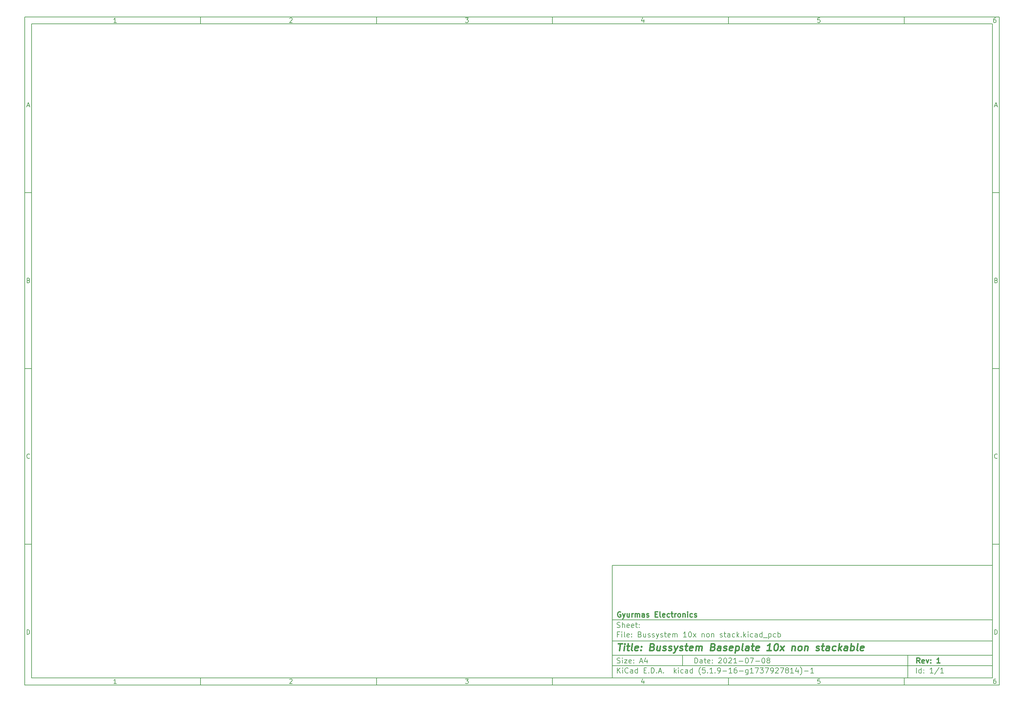
<source format=gbr>
%TF.GenerationSoftware,KiCad,Pcbnew,(5.1.9-16-g1737927814)-1*%
%TF.CreationDate,2021-07-08T12:57:19+02:00*%
%TF.ProjectId,Bussystem 10x non stack,42757373-7973-4746-956d-20313078206e,1*%
%TF.SameCoordinates,Original*%
%TF.FileFunction,Paste,Top*%
%TF.FilePolarity,Positive*%
%FSLAX46Y46*%
G04 Gerber Fmt 4.6, Leading zero omitted, Abs format (unit mm)*
G04 Created by KiCad (PCBNEW (5.1.9-16-g1737927814)-1) date 2021-07-08 12:57:19*
%MOMM*%
%LPD*%
G01*
G04 APERTURE LIST*
%ADD10C,0.100000*%
%ADD11C,0.150000*%
%ADD12C,0.300000*%
%ADD13C,0.400000*%
G04 APERTURE END LIST*
D10*
D11*
X177002200Y-166007200D02*
X177002200Y-198007200D01*
X285002200Y-198007200D01*
X285002200Y-166007200D01*
X177002200Y-166007200D01*
D10*
D11*
X10000000Y-10000000D02*
X10000000Y-200007200D01*
X287002200Y-200007200D01*
X287002200Y-10000000D01*
X10000000Y-10000000D01*
D10*
D11*
X12000000Y-12000000D02*
X12000000Y-198007200D01*
X285002200Y-198007200D01*
X285002200Y-12000000D01*
X12000000Y-12000000D01*
D10*
D11*
X60000000Y-12000000D02*
X60000000Y-10000000D01*
D10*
D11*
X110000000Y-12000000D02*
X110000000Y-10000000D01*
D10*
D11*
X160000000Y-12000000D02*
X160000000Y-10000000D01*
D10*
D11*
X210000000Y-12000000D02*
X210000000Y-10000000D01*
D10*
D11*
X260000000Y-12000000D02*
X260000000Y-10000000D01*
D10*
D11*
X36065476Y-11588095D02*
X35322619Y-11588095D01*
X35694047Y-11588095D02*
X35694047Y-10288095D01*
X35570238Y-10473809D01*
X35446428Y-10597619D01*
X35322619Y-10659523D01*
D10*
D11*
X85322619Y-10411904D02*
X85384523Y-10350000D01*
X85508333Y-10288095D01*
X85817857Y-10288095D01*
X85941666Y-10350000D01*
X86003571Y-10411904D01*
X86065476Y-10535714D01*
X86065476Y-10659523D01*
X86003571Y-10845238D01*
X85260714Y-11588095D01*
X86065476Y-11588095D01*
D10*
D11*
X135260714Y-10288095D02*
X136065476Y-10288095D01*
X135632142Y-10783333D01*
X135817857Y-10783333D01*
X135941666Y-10845238D01*
X136003571Y-10907142D01*
X136065476Y-11030952D01*
X136065476Y-11340476D01*
X136003571Y-11464285D01*
X135941666Y-11526190D01*
X135817857Y-11588095D01*
X135446428Y-11588095D01*
X135322619Y-11526190D01*
X135260714Y-11464285D01*
D10*
D11*
X185941666Y-10721428D02*
X185941666Y-11588095D01*
X185632142Y-10226190D02*
X185322619Y-11154761D01*
X186127380Y-11154761D01*
D10*
D11*
X236003571Y-10288095D02*
X235384523Y-10288095D01*
X235322619Y-10907142D01*
X235384523Y-10845238D01*
X235508333Y-10783333D01*
X235817857Y-10783333D01*
X235941666Y-10845238D01*
X236003571Y-10907142D01*
X236065476Y-11030952D01*
X236065476Y-11340476D01*
X236003571Y-11464285D01*
X235941666Y-11526190D01*
X235817857Y-11588095D01*
X235508333Y-11588095D01*
X235384523Y-11526190D01*
X235322619Y-11464285D01*
D10*
D11*
X285941666Y-10288095D02*
X285694047Y-10288095D01*
X285570238Y-10350000D01*
X285508333Y-10411904D01*
X285384523Y-10597619D01*
X285322619Y-10845238D01*
X285322619Y-11340476D01*
X285384523Y-11464285D01*
X285446428Y-11526190D01*
X285570238Y-11588095D01*
X285817857Y-11588095D01*
X285941666Y-11526190D01*
X286003571Y-11464285D01*
X286065476Y-11340476D01*
X286065476Y-11030952D01*
X286003571Y-10907142D01*
X285941666Y-10845238D01*
X285817857Y-10783333D01*
X285570238Y-10783333D01*
X285446428Y-10845238D01*
X285384523Y-10907142D01*
X285322619Y-11030952D01*
D10*
D11*
X60000000Y-198007200D02*
X60000000Y-200007200D01*
D10*
D11*
X110000000Y-198007200D02*
X110000000Y-200007200D01*
D10*
D11*
X160000000Y-198007200D02*
X160000000Y-200007200D01*
D10*
D11*
X210000000Y-198007200D02*
X210000000Y-200007200D01*
D10*
D11*
X260000000Y-198007200D02*
X260000000Y-200007200D01*
D10*
D11*
X36065476Y-199595295D02*
X35322619Y-199595295D01*
X35694047Y-199595295D02*
X35694047Y-198295295D01*
X35570238Y-198481009D01*
X35446428Y-198604819D01*
X35322619Y-198666723D01*
D10*
D11*
X85322619Y-198419104D02*
X85384523Y-198357200D01*
X85508333Y-198295295D01*
X85817857Y-198295295D01*
X85941666Y-198357200D01*
X86003571Y-198419104D01*
X86065476Y-198542914D01*
X86065476Y-198666723D01*
X86003571Y-198852438D01*
X85260714Y-199595295D01*
X86065476Y-199595295D01*
D10*
D11*
X135260714Y-198295295D02*
X136065476Y-198295295D01*
X135632142Y-198790533D01*
X135817857Y-198790533D01*
X135941666Y-198852438D01*
X136003571Y-198914342D01*
X136065476Y-199038152D01*
X136065476Y-199347676D01*
X136003571Y-199471485D01*
X135941666Y-199533390D01*
X135817857Y-199595295D01*
X135446428Y-199595295D01*
X135322619Y-199533390D01*
X135260714Y-199471485D01*
D10*
D11*
X185941666Y-198728628D02*
X185941666Y-199595295D01*
X185632142Y-198233390D02*
X185322619Y-199161961D01*
X186127380Y-199161961D01*
D10*
D11*
X236003571Y-198295295D02*
X235384523Y-198295295D01*
X235322619Y-198914342D01*
X235384523Y-198852438D01*
X235508333Y-198790533D01*
X235817857Y-198790533D01*
X235941666Y-198852438D01*
X236003571Y-198914342D01*
X236065476Y-199038152D01*
X236065476Y-199347676D01*
X236003571Y-199471485D01*
X235941666Y-199533390D01*
X235817857Y-199595295D01*
X235508333Y-199595295D01*
X235384523Y-199533390D01*
X235322619Y-199471485D01*
D10*
D11*
X285941666Y-198295295D02*
X285694047Y-198295295D01*
X285570238Y-198357200D01*
X285508333Y-198419104D01*
X285384523Y-198604819D01*
X285322619Y-198852438D01*
X285322619Y-199347676D01*
X285384523Y-199471485D01*
X285446428Y-199533390D01*
X285570238Y-199595295D01*
X285817857Y-199595295D01*
X285941666Y-199533390D01*
X286003571Y-199471485D01*
X286065476Y-199347676D01*
X286065476Y-199038152D01*
X286003571Y-198914342D01*
X285941666Y-198852438D01*
X285817857Y-198790533D01*
X285570238Y-198790533D01*
X285446428Y-198852438D01*
X285384523Y-198914342D01*
X285322619Y-199038152D01*
D10*
D11*
X10000000Y-60000000D02*
X12000000Y-60000000D01*
D10*
D11*
X10000000Y-110000000D02*
X12000000Y-110000000D01*
D10*
D11*
X10000000Y-160000000D02*
X12000000Y-160000000D01*
D10*
D11*
X10690476Y-35216666D02*
X11309523Y-35216666D01*
X10566666Y-35588095D02*
X11000000Y-34288095D01*
X11433333Y-35588095D01*
D10*
D11*
X11092857Y-84907142D02*
X11278571Y-84969047D01*
X11340476Y-85030952D01*
X11402380Y-85154761D01*
X11402380Y-85340476D01*
X11340476Y-85464285D01*
X11278571Y-85526190D01*
X11154761Y-85588095D01*
X10659523Y-85588095D01*
X10659523Y-84288095D01*
X11092857Y-84288095D01*
X11216666Y-84350000D01*
X11278571Y-84411904D01*
X11340476Y-84535714D01*
X11340476Y-84659523D01*
X11278571Y-84783333D01*
X11216666Y-84845238D01*
X11092857Y-84907142D01*
X10659523Y-84907142D01*
D10*
D11*
X11402380Y-135464285D02*
X11340476Y-135526190D01*
X11154761Y-135588095D01*
X11030952Y-135588095D01*
X10845238Y-135526190D01*
X10721428Y-135402380D01*
X10659523Y-135278571D01*
X10597619Y-135030952D01*
X10597619Y-134845238D01*
X10659523Y-134597619D01*
X10721428Y-134473809D01*
X10845238Y-134350000D01*
X11030952Y-134288095D01*
X11154761Y-134288095D01*
X11340476Y-134350000D01*
X11402380Y-134411904D01*
D10*
D11*
X10659523Y-185588095D02*
X10659523Y-184288095D01*
X10969047Y-184288095D01*
X11154761Y-184350000D01*
X11278571Y-184473809D01*
X11340476Y-184597619D01*
X11402380Y-184845238D01*
X11402380Y-185030952D01*
X11340476Y-185278571D01*
X11278571Y-185402380D01*
X11154761Y-185526190D01*
X10969047Y-185588095D01*
X10659523Y-185588095D01*
D10*
D11*
X287002200Y-60000000D02*
X285002200Y-60000000D01*
D10*
D11*
X287002200Y-110000000D02*
X285002200Y-110000000D01*
D10*
D11*
X287002200Y-160000000D02*
X285002200Y-160000000D01*
D10*
D11*
X285692676Y-35216666D02*
X286311723Y-35216666D01*
X285568866Y-35588095D02*
X286002200Y-34288095D01*
X286435533Y-35588095D01*
D10*
D11*
X286095057Y-84907142D02*
X286280771Y-84969047D01*
X286342676Y-85030952D01*
X286404580Y-85154761D01*
X286404580Y-85340476D01*
X286342676Y-85464285D01*
X286280771Y-85526190D01*
X286156961Y-85588095D01*
X285661723Y-85588095D01*
X285661723Y-84288095D01*
X286095057Y-84288095D01*
X286218866Y-84350000D01*
X286280771Y-84411904D01*
X286342676Y-84535714D01*
X286342676Y-84659523D01*
X286280771Y-84783333D01*
X286218866Y-84845238D01*
X286095057Y-84907142D01*
X285661723Y-84907142D01*
D10*
D11*
X286404580Y-135464285D02*
X286342676Y-135526190D01*
X286156961Y-135588095D01*
X286033152Y-135588095D01*
X285847438Y-135526190D01*
X285723628Y-135402380D01*
X285661723Y-135278571D01*
X285599819Y-135030952D01*
X285599819Y-134845238D01*
X285661723Y-134597619D01*
X285723628Y-134473809D01*
X285847438Y-134350000D01*
X286033152Y-134288095D01*
X286156961Y-134288095D01*
X286342676Y-134350000D01*
X286404580Y-134411904D01*
D10*
D11*
X285661723Y-185588095D02*
X285661723Y-184288095D01*
X285971247Y-184288095D01*
X286156961Y-184350000D01*
X286280771Y-184473809D01*
X286342676Y-184597619D01*
X286404580Y-184845238D01*
X286404580Y-185030952D01*
X286342676Y-185278571D01*
X286280771Y-185402380D01*
X286156961Y-185526190D01*
X285971247Y-185588095D01*
X285661723Y-185588095D01*
D10*
D11*
X200434342Y-193785771D02*
X200434342Y-192285771D01*
X200791485Y-192285771D01*
X201005771Y-192357200D01*
X201148628Y-192500057D01*
X201220057Y-192642914D01*
X201291485Y-192928628D01*
X201291485Y-193142914D01*
X201220057Y-193428628D01*
X201148628Y-193571485D01*
X201005771Y-193714342D01*
X200791485Y-193785771D01*
X200434342Y-193785771D01*
X202577200Y-193785771D02*
X202577200Y-193000057D01*
X202505771Y-192857200D01*
X202362914Y-192785771D01*
X202077200Y-192785771D01*
X201934342Y-192857200D01*
X202577200Y-193714342D02*
X202434342Y-193785771D01*
X202077200Y-193785771D01*
X201934342Y-193714342D01*
X201862914Y-193571485D01*
X201862914Y-193428628D01*
X201934342Y-193285771D01*
X202077200Y-193214342D01*
X202434342Y-193214342D01*
X202577200Y-193142914D01*
X203077200Y-192785771D02*
X203648628Y-192785771D01*
X203291485Y-192285771D02*
X203291485Y-193571485D01*
X203362914Y-193714342D01*
X203505771Y-193785771D01*
X203648628Y-193785771D01*
X204720057Y-193714342D02*
X204577200Y-193785771D01*
X204291485Y-193785771D01*
X204148628Y-193714342D01*
X204077200Y-193571485D01*
X204077200Y-193000057D01*
X204148628Y-192857200D01*
X204291485Y-192785771D01*
X204577200Y-192785771D01*
X204720057Y-192857200D01*
X204791485Y-193000057D01*
X204791485Y-193142914D01*
X204077200Y-193285771D01*
X205434342Y-193642914D02*
X205505771Y-193714342D01*
X205434342Y-193785771D01*
X205362914Y-193714342D01*
X205434342Y-193642914D01*
X205434342Y-193785771D01*
X205434342Y-192857200D02*
X205505771Y-192928628D01*
X205434342Y-193000057D01*
X205362914Y-192928628D01*
X205434342Y-192857200D01*
X205434342Y-193000057D01*
X207220057Y-192428628D02*
X207291485Y-192357200D01*
X207434342Y-192285771D01*
X207791485Y-192285771D01*
X207934342Y-192357200D01*
X208005771Y-192428628D01*
X208077200Y-192571485D01*
X208077200Y-192714342D01*
X208005771Y-192928628D01*
X207148628Y-193785771D01*
X208077200Y-193785771D01*
X209005771Y-192285771D02*
X209148628Y-192285771D01*
X209291485Y-192357200D01*
X209362914Y-192428628D01*
X209434342Y-192571485D01*
X209505771Y-192857200D01*
X209505771Y-193214342D01*
X209434342Y-193500057D01*
X209362914Y-193642914D01*
X209291485Y-193714342D01*
X209148628Y-193785771D01*
X209005771Y-193785771D01*
X208862914Y-193714342D01*
X208791485Y-193642914D01*
X208720057Y-193500057D01*
X208648628Y-193214342D01*
X208648628Y-192857200D01*
X208720057Y-192571485D01*
X208791485Y-192428628D01*
X208862914Y-192357200D01*
X209005771Y-192285771D01*
X210077200Y-192428628D02*
X210148628Y-192357200D01*
X210291485Y-192285771D01*
X210648628Y-192285771D01*
X210791485Y-192357200D01*
X210862914Y-192428628D01*
X210934342Y-192571485D01*
X210934342Y-192714342D01*
X210862914Y-192928628D01*
X210005771Y-193785771D01*
X210934342Y-193785771D01*
X212362914Y-193785771D02*
X211505771Y-193785771D01*
X211934342Y-193785771D02*
X211934342Y-192285771D01*
X211791485Y-192500057D01*
X211648628Y-192642914D01*
X211505771Y-192714342D01*
X213005771Y-193214342D02*
X214148628Y-193214342D01*
X215148628Y-192285771D02*
X215291485Y-192285771D01*
X215434342Y-192357200D01*
X215505771Y-192428628D01*
X215577200Y-192571485D01*
X215648628Y-192857200D01*
X215648628Y-193214342D01*
X215577200Y-193500057D01*
X215505771Y-193642914D01*
X215434342Y-193714342D01*
X215291485Y-193785771D01*
X215148628Y-193785771D01*
X215005771Y-193714342D01*
X214934342Y-193642914D01*
X214862914Y-193500057D01*
X214791485Y-193214342D01*
X214791485Y-192857200D01*
X214862914Y-192571485D01*
X214934342Y-192428628D01*
X215005771Y-192357200D01*
X215148628Y-192285771D01*
X216148628Y-192285771D02*
X217148628Y-192285771D01*
X216505771Y-193785771D01*
X217720057Y-193214342D02*
X218862914Y-193214342D01*
X219862914Y-192285771D02*
X220005771Y-192285771D01*
X220148628Y-192357200D01*
X220220057Y-192428628D01*
X220291485Y-192571485D01*
X220362914Y-192857200D01*
X220362914Y-193214342D01*
X220291485Y-193500057D01*
X220220057Y-193642914D01*
X220148628Y-193714342D01*
X220005771Y-193785771D01*
X219862914Y-193785771D01*
X219720057Y-193714342D01*
X219648628Y-193642914D01*
X219577200Y-193500057D01*
X219505771Y-193214342D01*
X219505771Y-192857200D01*
X219577200Y-192571485D01*
X219648628Y-192428628D01*
X219720057Y-192357200D01*
X219862914Y-192285771D01*
X221220057Y-192928628D02*
X221077200Y-192857200D01*
X221005771Y-192785771D01*
X220934342Y-192642914D01*
X220934342Y-192571485D01*
X221005771Y-192428628D01*
X221077200Y-192357200D01*
X221220057Y-192285771D01*
X221505771Y-192285771D01*
X221648628Y-192357200D01*
X221720057Y-192428628D01*
X221791485Y-192571485D01*
X221791485Y-192642914D01*
X221720057Y-192785771D01*
X221648628Y-192857200D01*
X221505771Y-192928628D01*
X221220057Y-192928628D01*
X221077200Y-193000057D01*
X221005771Y-193071485D01*
X220934342Y-193214342D01*
X220934342Y-193500057D01*
X221005771Y-193642914D01*
X221077200Y-193714342D01*
X221220057Y-193785771D01*
X221505771Y-193785771D01*
X221648628Y-193714342D01*
X221720057Y-193642914D01*
X221791485Y-193500057D01*
X221791485Y-193214342D01*
X221720057Y-193071485D01*
X221648628Y-193000057D01*
X221505771Y-192928628D01*
D10*
D11*
X177002200Y-194507200D02*
X285002200Y-194507200D01*
D10*
D11*
X178434342Y-196585771D02*
X178434342Y-195085771D01*
X179291485Y-196585771D02*
X178648628Y-195728628D01*
X179291485Y-195085771D02*
X178434342Y-195942914D01*
X179934342Y-196585771D02*
X179934342Y-195585771D01*
X179934342Y-195085771D02*
X179862914Y-195157200D01*
X179934342Y-195228628D01*
X180005771Y-195157200D01*
X179934342Y-195085771D01*
X179934342Y-195228628D01*
X181505771Y-196442914D02*
X181434342Y-196514342D01*
X181220057Y-196585771D01*
X181077200Y-196585771D01*
X180862914Y-196514342D01*
X180720057Y-196371485D01*
X180648628Y-196228628D01*
X180577200Y-195942914D01*
X180577200Y-195728628D01*
X180648628Y-195442914D01*
X180720057Y-195300057D01*
X180862914Y-195157200D01*
X181077200Y-195085771D01*
X181220057Y-195085771D01*
X181434342Y-195157200D01*
X181505771Y-195228628D01*
X182791485Y-196585771D02*
X182791485Y-195800057D01*
X182720057Y-195657200D01*
X182577200Y-195585771D01*
X182291485Y-195585771D01*
X182148628Y-195657200D01*
X182791485Y-196514342D02*
X182648628Y-196585771D01*
X182291485Y-196585771D01*
X182148628Y-196514342D01*
X182077200Y-196371485D01*
X182077200Y-196228628D01*
X182148628Y-196085771D01*
X182291485Y-196014342D01*
X182648628Y-196014342D01*
X182791485Y-195942914D01*
X184148628Y-196585771D02*
X184148628Y-195085771D01*
X184148628Y-196514342D02*
X184005771Y-196585771D01*
X183720057Y-196585771D01*
X183577200Y-196514342D01*
X183505771Y-196442914D01*
X183434342Y-196300057D01*
X183434342Y-195871485D01*
X183505771Y-195728628D01*
X183577200Y-195657200D01*
X183720057Y-195585771D01*
X184005771Y-195585771D01*
X184148628Y-195657200D01*
X186005771Y-195800057D02*
X186505771Y-195800057D01*
X186720057Y-196585771D02*
X186005771Y-196585771D01*
X186005771Y-195085771D01*
X186720057Y-195085771D01*
X187362914Y-196442914D02*
X187434342Y-196514342D01*
X187362914Y-196585771D01*
X187291485Y-196514342D01*
X187362914Y-196442914D01*
X187362914Y-196585771D01*
X188077200Y-196585771D02*
X188077200Y-195085771D01*
X188434342Y-195085771D01*
X188648628Y-195157200D01*
X188791485Y-195300057D01*
X188862914Y-195442914D01*
X188934342Y-195728628D01*
X188934342Y-195942914D01*
X188862914Y-196228628D01*
X188791485Y-196371485D01*
X188648628Y-196514342D01*
X188434342Y-196585771D01*
X188077200Y-196585771D01*
X189577200Y-196442914D02*
X189648628Y-196514342D01*
X189577200Y-196585771D01*
X189505771Y-196514342D01*
X189577200Y-196442914D01*
X189577200Y-196585771D01*
X190220057Y-196157200D02*
X190934342Y-196157200D01*
X190077200Y-196585771D02*
X190577200Y-195085771D01*
X191077200Y-196585771D01*
X191577200Y-196442914D02*
X191648628Y-196514342D01*
X191577200Y-196585771D01*
X191505771Y-196514342D01*
X191577200Y-196442914D01*
X191577200Y-196585771D01*
X194577200Y-196585771D02*
X194577200Y-195085771D01*
X194720057Y-196014342D02*
X195148628Y-196585771D01*
X195148628Y-195585771D02*
X194577200Y-196157200D01*
X195791485Y-196585771D02*
X195791485Y-195585771D01*
X195791485Y-195085771D02*
X195720057Y-195157200D01*
X195791485Y-195228628D01*
X195862914Y-195157200D01*
X195791485Y-195085771D01*
X195791485Y-195228628D01*
X197148628Y-196514342D02*
X197005771Y-196585771D01*
X196720057Y-196585771D01*
X196577200Y-196514342D01*
X196505771Y-196442914D01*
X196434342Y-196300057D01*
X196434342Y-195871485D01*
X196505771Y-195728628D01*
X196577200Y-195657200D01*
X196720057Y-195585771D01*
X197005771Y-195585771D01*
X197148628Y-195657200D01*
X198434342Y-196585771D02*
X198434342Y-195800057D01*
X198362914Y-195657200D01*
X198220057Y-195585771D01*
X197934342Y-195585771D01*
X197791485Y-195657200D01*
X198434342Y-196514342D02*
X198291485Y-196585771D01*
X197934342Y-196585771D01*
X197791485Y-196514342D01*
X197720057Y-196371485D01*
X197720057Y-196228628D01*
X197791485Y-196085771D01*
X197934342Y-196014342D01*
X198291485Y-196014342D01*
X198434342Y-195942914D01*
X199791485Y-196585771D02*
X199791485Y-195085771D01*
X199791485Y-196514342D02*
X199648628Y-196585771D01*
X199362914Y-196585771D01*
X199220057Y-196514342D01*
X199148628Y-196442914D01*
X199077200Y-196300057D01*
X199077200Y-195871485D01*
X199148628Y-195728628D01*
X199220057Y-195657200D01*
X199362914Y-195585771D01*
X199648628Y-195585771D01*
X199791485Y-195657200D01*
X202077200Y-197157200D02*
X202005771Y-197085771D01*
X201862914Y-196871485D01*
X201791485Y-196728628D01*
X201720057Y-196514342D01*
X201648628Y-196157200D01*
X201648628Y-195871485D01*
X201720057Y-195514342D01*
X201791485Y-195300057D01*
X201862914Y-195157200D01*
X202005771Y-194942914D01*
X202077200Y-194871485D01*
X203362914Y-195085771D02*
X202648628Y-195085771D01*
X202577200Y-195800057D01*
X202648628Y-195728628D01*
X202791485Y-195657200D01*
X203148628Y-195657200D01*
X203291485Y-195728628D01*
X203362914Y-195800057D01*
X203434342Y-195942914D01*
X203434342Y-196300057D01*
X203362914Y-196442914D01*
X203291485Y-196514342D01*
X203148628Y-196585771D01*
X202791485Y-196585771D01*
X202648628Y-196514342D01*
X202577200Y-196442914D01*
X204077200Y-196442914D02*
X204148628Y-196514342D01*
X204077200Y-196585771D01*
X204005771Y-196514342D01*
X204077200Y-196442914D01*
X204077200Y-196585771D01*
X205577200Y-196585771D02*
X204720057Y-196585771D01*
X205148628Y-196585771D02*
X205148628Y-195085771D01*
X205005771Y-195300057D01*
X204862914Y-195442914D01*
X204720057Y-195514342D01*
X206220057Y-196442914D02*
X206291485Y-196514342D01*
X206220057Y-196585771D01*
X206148628Y-196514342D01*
X206220057Y-196442914D01*
X206220057Y-196585771D01*
X207005771Y-196585771D02*
X207291485Y-196585771D01*
X207434342Y-196514342D01*
X207505771Y-196442914D01*
X207648628Y-196228628D01*
X207720057Y-195942914D01*
X207720057Y-195371485D01*
X207648628Y-195228628D01*
X207577200Y-195157200D01*
X207434342Y-195085771D01*
X207148628Y-195085771D01*
X207005771Y-195157200D01*
X206934342Y-195228628D01*
X206862914Y-195371485D01*
X206862914Y-195728628D01*
X206934342Y-195871485D01*
X207005771Y-195942914D01*
X207148628Y-196014342D01*
X207434342Y-196014342D01*
X207577200Y-195942914D01*
X207648628Y-195871485D01*
X207720057Y-195728628D01*
X208362914Y-196014342D02*
X209505771Y-196014342D01*
X211005771Y-196585771D02*
X210148628Y-196585771D01*
X210577200Y-196585771D02*
X210577200Y-195085771D01*
X210434342Y-195300057D01*
X210291485Y-195442914D01*
X210148628Y-195514342D01*
X212291485Y-195085771D02*
X212005771Y-195085771D01*
X211862914Y-195157200D01*
X211791485Y-195228628D01*
X211648628Y-195442914D01*
X211577200Y-195728628D01*
X211577200Y-196300057D01*
X211648628Y-196442914D01*
X211720057Y-196514342D01*
X211862914Y-196585771D01*
X212148628Y-196585771D01*
X212291485Y-196514342D01*
X212362914Y-196442914D01*
X212434342Y-196300057D01*
X212434342Y-195942914D01*
X212362914Y-195800057D01*
X212291485Y-195728628D01*
X212148628Y-195657200D01*
X211862914Y-195657200D01*
X211720057Y-195728628D01*
X211648628Y-195800057D01*
X211577200Y-195942914D01*
X213077200Y-196014342D02*
X214220057Y-196014342D01*
X215577200Y-195585771D02*
X215577200Y-196800057D01*
X215505771Y-196942914D01*
X215434342Y-197014342D01*
X215291485Y-197085771D01*
X215077200Y-197085771D01*
X214934342Y-197014342D01*
X215577200Y-196514342D02*
X215434342Y-196585771D01*
X215148628Y-196585771D01*
X215005771Y-196514342D01*
X214934342Y-196442914D01*
X214862914Y-196300057D01*
X214862914Y-195871485D01*
X214934342Y-195728628D01*
X215005771Y-195657200D01*
X215148628Y-195585771D01*
X215434342Y-195585771D01*
X215577200Y-195657200D01*
X217077200Y-196585771D02*
X216220057Y-196585771D01*
X216648628Y-196585771D02*
X216648628Y-195085771D01*
X216505771Y-195300057D01*
X216362914Y-195442914D01*
X216220057Y-195514342D01*
X217577200Y-195085771D02*
X218577200Y-195085771D01*
X217934342Y-196585771D01*
X219005771Y-195085771D02*
X219934342Y-195085771D01*
X219434342Y-195657200D01*
X219648628Y-195657200D01*
X219791485Y-195728628D01*
X219862914Y-195800057D01*
X219934342Y-195942914D01*
X219934342Y-196300057D01*
X219862914Y-196442914D01*
X219791485Y-196514342D01*
X219648628Y-196585771D01*
X219220057Y-196585771D01*
X219077200Y-196514342D01*
X219005771Y-196442914D01*
X220434342Y-195085771D02*
X221434342Y-195085771D01*
X220791485Y-196585771D01*
X222077200Y-196585771D02*
X222362914Y-196585771D01*
X222505771Y-196514342D01*
X222577200Y-196442914D01*
X222720057Y-196228628D01*
X222791485Y-195942914D01*
X222791485Y-195371485D01*
X222720057Y-195228628D01*
X222648628Y-195157200D01*
X222505771Y-195085771D01*
X222220057Y-195085771D01*
X222077200Y-195157200D01*
X222005771Y-195228628D01*
X221934342Y-195371485D01*
X221934342Y-195728628D01*
X222005771Y-195871485D01*
X222077200Y-195942914D01*
X222220057Y-196014342D01*
X222505771Y-196014342D01*
X222648628Y-195942914D01*
X222720057Y-195871485D01*
X222791485Y-195728628D01*
X223362914Y-195228628D02*
X223434342Y-195157200D01*
X223577200Y-195085771D01*
X223934342Y-195085771D01*
X224077200Y-195157200D01*
X224148628Y-195228628D01*
X224220057Y-195371485D01*
X224220057Y-195514342D01*
X224148628Y-195728628D01*
X223291485Y-196585771D01*
X224220057Y-196585771D01*
X224720057Y-195085771D02*
X225720057Y-195085771D01*
X225077200Y-196585771D01*
X226505771Y-195728628D02*
X226362914Y-195657200D01*
X226291485Y-195585771D01*
X226220057Y-195442914D01*
X226220057Y-195371485D01*
X226291485Y-195228628D01*
X226362914Y-195157200D01*
X226505771Y-195085771D01*
X226791485Y-195085771D01*
X226934342Y-195157200D01*
X227005771Y-195228628D01*
X227077199Y-195371485D01*
X227077199Y-195442914D01*
X227005771Y-195585771D01*
X226934342Y-195657200D01*
X226791485Y-195728628D01*
X226505771Y-195728628D01*
X226362914Y-195800057D01*
X226291485Y-195871485D01*
X226220057Y-196014342D01*
X226220057Y-196300057D01*
X226291485Y-196442914D01*
X226362914Y-196514342D01*
X226505771Y-196585771D01*
X226791485Y-196585771D01*
X226934342Y-196514342D01*
X227005771Y-196442914D01*
X227077199Y-196300057D01*
X227077199Y-196014342D01*
X227005771Y-195871485D01*
X226934342Y-195800057D01*
X226791485Y-195728628D01*
X228505771Y-196585771D02*
X227648628Y-196585771D01*
X228077199Y-196585771D02*
X228077199Y-195085771D01*
X227934342Y-195300057D01*
X227791485Y-195442914D01*
X227648628Y-195514342D01*
X229791485Y-195585771D02*
X229791485Y-196585771D01*
X229434342Y-195014342D02*
X229077199Y-196085771D01*
X230005771Y-196085771D01*
X230434342Y-197157200D02*
X230505771Y-197085771D01*
X230648628Y-196871485D01*
X230720057Y-196728628D01*
X230791485Y-196514342D01*
X230862914Y-196157200D01*
X230862914Y-195871485D01*
X230791485Y-195514342D01*
X230720057Y-195300057D01*
X230648628Y-195157200D01*
X230505771Y-194942914D01*
X230434342Y-194871485D01*
X231577199Y-196014342D02*
X232720057Y-196014342D01*
X234220057Y-196585771D02*
X233362914Y-196585771D01*
X233791485Y-196585771D02*
X233791485Y-195085771D01*
X233648628Y-195300057D01*
X233505771Y-195442914D01*
X233362914Y-195514342D01*
D10*
D11*
X177002200Y-191507200D02*
X285002200Y-191507200D01*
D10*
D12*
X264411485Y-193785771D02*
X263911485Y-193071485D01*
X263554342Y-193785771D02*
X263554342Y-192285771D01*
X264125771Y-192285771D01*
X264268628Y-192357200D01*
X264340057Y-192428628D01*
X264411485Y-192571485D01*
X264411485Y-192785771D01*
X264340057Y-192928628D01*
X264268628Y-193000057D01*
X264125771Y-193071485D01*
X263554342Y-193071485D01*
X265625771Y-193714342D02*
X265482914Y-193785771D01*
X265197200Y-193785771D01*
X265054342Y-193714342D01*
X264982914Y-193571485D01*
X264982914Y-193000057D01*
X265054342Y-192857200D01*
X265197200Y-192785771D01*
X265482914Y-192785771D01*
X265625771Y-192857200D01*
X265697200Y-193000057D01*
X265697200Y-193142914D01*
X264982914Y-193285771D01*
X266197200Y-192785771D02*
X266554342Y-193785771D01*
X266911485Y-192785771D01*
X267482914Y-193642914D02*
X267554342Y-193714342D01*
X267482914Y-193785771D01*
X267411485Y-193714342D01*
X267482914Y-193642914D01*
X267482914Y-193785771D01*
X267482914Y-192857200D02*
X267554342Y-192928628D01*
X267482914Y-193000057D01*
X267411485Y-192928628D01*
X267482914Y-192857200D01*
X267482914Y-193000057D01*
X270125771Y-193785771D02*
X269268628Y-193785771D01*
X269697200Y-193785771D02*
X269697200Y-192285771D01*
X269554342Y-192500057D01*
X269411485Y-192642914D01*
X269268628Y-192714342D01*
D10*
D11*
X178362914Y-193714342D02*
X178577200Y-193785771D01*
X178934342Y-193785771D01*
X179077200Y-193714342D01*
X179148628Y-193642914D01*
X179220057Y-193500057D01*
X179220057Y-193357200D01*
X179148628Y-193214342D01*
X179077200Y-193142914D01*
X178934342Y-193071485D01*
X178648628Y-193000057D01*
X178505771Y-192928628D01*
X178434342Y-192857200D01*
X178362914Y-192714342D01*
X178362914Y-192571485D01*
X178434342Y-192428628D01*
X178505771Y-192357200D01*
X178648628Y-192285771D01*
X179005771Y-192285771D01*
X179220057Y-192357200D01*
X179862914Y-193785771D02*
X179862914Y-192785771D01*
X179862914Y-192285771D02*
X179791485Y-192357200D01*
X179862914Y-192428628D01*
X179934342Y-192357200D01*
X179862914Y-192285771D01*
X179862914Y-192428628D01*
X180434342Y-192785771D02*
X181220057Y-192785771D01*
X180434342Y-193785771D01*
X181220057Y-193785771D01*
X182362914Y-193714342D02*
X182220057Y-193785771D01*
X181934342Y-193785771D01*
X181791485Y-193714342D01*
X181720057Y-193571485D01*
X181720057Y-193000057D01*
X181791485Y-192857200D01*
X181934342Y-192785771D01*
X182220057Y-192785771D01*
X182362914Y-192857200D01*
X182434342Y-193000057D01*
X182434342Y-193142914D01*
X181720057Y-193285771D01*
X183077200Y-193642914D02*
X183148628Y-193714342D01*
X183077200Y-193785771D01*
X183005771Y-193714342D01*
X183077200Y-193642914D01*
X183077200Y-193785771D01*
X183077200Y-192857200D02*
X183148628Y-192928628D01*
X183077200Y-193000057D01*
X183005771Y-192928628D01*
X183077200Y-192857200D01*
X183077200Y-193000057D01*
X184862914Y-193357200D02*
X185577200Y-193357200D01*
X184720057Y-193785771D02*
X185220057Y-192285771D01*
X185720057Y-193785771D01*
X186862914Y-192785771D02*
X186862914Y-193785771D01*
X186505771Y-192214342D02*
X186148628Y-193285771D01*
X187077200Y-193285771D01*
D10*
D11*
X263434342Y-196585771D02*
X263434342Y-195085771D01*
X264791485Y-196585771D02*
X264791485Y-195085771D01*
X264791485Y-196514342D02*
X264648628Y-196585771D01*
X264362914Y-196585771D01*
X264220057Y-196514342D01*
X264148628Y-196442914D01*
X264077200Y-196300057D01*
X264077200Y-195871485D01*
X264148628Y-195728628D01*
X264220057Y-195657200D01*
X264362914Y-195585771D01*
X264648628Y-195585771D01*
X264791485Y-195657200D01*
X265505771Y-196442914D02*
X265577200Y-196514342D01*
X265505771Y-196585771D01*
X265434342Y-196514342D01*
X265505771Y-196442914D01*
X265505771Y-196585771D01*
X265505771Y-195657200D02*
X265577200Y-195728628D01*
X265505771Y-195800057D01*
X265434342Y-195728628D01*
X265505771Y-195657200D01*
X265505771Y-195800057D01*
X268148628Y-196585771D02*
X267291485Y-196585771D01*
X267720057Y-196585771D02*
X267720057Y-195085771D01*
X267577200Y-195300057D01*
X267434342Y-195442914D01*
X267291485Y-195514342D01*
X269862914Y-195014342D02*
X268577200Y-196942914D01*
X271148628Y-196585771D02*
X270291485Y-196585771D01*
X270720057Y-196585771D02*
X270720057Y-195085771D01*
X270577200Y-195300057D01*
X270434342Y-195442914D01*
X270291485Y-195514342D01*
D10*
D11*
X177002200Y-187507200D02*
X285002200Y-187507200D01*
D10*
D13*
X178714580Y-188211961D02*
X179857438Y-188211961D01*
X179036009Y-190211961D02*
X179286009Y-188211961D01*
X180274104Y-190211961D02*
X180440771Y-188878628D01*
X180524104Y-188211961D02*
X180416961Y-188307200D01*
X180500295Y-188402438D01*
X180607438Y-188307200D01*
X180524104Y-188211961D01*
X180500295Y-188402438D01*
X181107438Y-188878628D02*
X181869342Y-188878628D01*
X181476485Y-188211961D02*
X181262200Y-189926247D01*
X181333628Y-190116723D01*
X181512200Y-190211961D01*
X181702676Y-190211961D01*
X182655057Y-190211961D02*
X182476485Y-190116723D01*
X182405057Y-189926247D01*
X182619342Y-188211961D01*
X184190771Y-190116723D02*
X183988390Y-190211961D01*
X183607438Y-190211961D01*
X183428866Y-190116723D01*
X183357438Y-189926247D01*
X183452676Y-189164342D01*
X183571723Y-188973866D01*
X183774104Y-188878628D01*
X184155057Y-188878628D01*
X184333628Y-188973866D01*
X184405057Y-189164342D01*
X184381247Y-189354819D01*
X183405057Y-189545295D01*
X185155057Y-190021485D02*
X185238390Y-190116723D01*
X185131247Y-190211961D01*
X185047914Y-190116723D01*
X185155057Y-190021485D01*
X185131247Y-190211961D01*
X185286009Y-188973866D02*
X185369342Y-189069104D01*
X185262200Y-189164342D01*
X185178866Y-189069104D01*
X185286009Y-188973866D01*
X185262200Y-189164342D01*
X188405057Y-189164342D02*
X188678866Y-189259580D01*
X188762200Y-189354819D01*
X188833628Y-189545295D01*
X188797914Y-189831009D01*
X188678866Y-190021485D01*
X188571723Y-190116723D01*
X188369342Y-190211961D01*
X187607438Y-190211961D01*
X187857438Y-188211961D01*
X188524104Y-188211961D01*
X188702676Y-188307200D01*
X188786009Y-188402438D01*
X188857438Y-188592914D01*
X188833628Y-188783390D01*
X188714580Y-188973866D01*
X188607438Y-189069104D01*
X188405057Y-189164342D01*
X187738390Y-189164342D01*
X190631247Y-188878628D02*
X190464580Y-190211961D01*
X189774104Y-188878628D02*
X189643152Y-189926247D01*
X189714580Y-190116723D01*
X189893152Y-190211961D01*
X190178866Y-190211961D01*
X190381247Y-190116723D01*
X190488390Y-190021485D01*
X191333628Y-190116723D02*
X191512200Y-190211961D01*
X191893152Y-190211961D01*
X192095533Y-190116723D01*
X192214580Y-189926247D01*
X192226485Y-189831009D01*
X192155057Y-189640533D01*
X191976485Y-189545295D01*
X191690771Y-189545295D01*
X191512200Y-189450057D01*
X191440771Y-189259580D01*
X191452676Y-189164342D01*
X191571723Y-188973866D01*
X191774104Y-188878628D01*
X192059819Y-188878628D01*
X192238390Y-188973866D01*
X192952676Y-190116723D02*
X193131247Y-190211961D01*
X193512200Y-190211961D01*
X193714580Y-190116723D01*
X193833628Y-189926247D01*
X193845533Y-189831009D01*
X193774104Y-189640533D01*
X193595533Y-189545295D01*
X193309819Y-189545295D01*
X193131247Y-189450057D01*
X193059819Y-189259580D01*
X193071723Y-189164342D01*
X193190771Y-188973866D01*
X193393152Y-188878628D01*
X193678866Y-188878628D01*
X193857438Y-188973866D01*
X194631247Y-188878628D02*
X194940771Y-190211961D01*
X195583628Y-188878628D02*
X194940771Y-190211961D01*
X194690771Y-190688152D01*
X194583628Y-190783390D01*
X194381247Y-190878628D01*
X196095533Y-190116723D02*
X196274104Y-190211961D01*
X196655057Y-190211961D01*
X196857438Y-190116723D01*
X196976485Y-189926247D01*
X196988390Y-189831009D01*
X196916961Y-189640533D01*
X196738390Y-189545295D01*
X196452676Y-189545295D01*
X196274104Y-189450057D01*
X196202676Y-189259580D01*
X196214580Y-189164342D01*
X196333628Y-188973866D01*
X196536009Y-188878628D01*
X196821723Y-188878628D01*
X197000295Y-188973866D01*
X197678866Y-188878628D02*
X198440771Y-188878628D01*
X198047914Y-188211961D02*
X197833628Y-189926247D01*
X197905057Y-190116723D01*
X198083628Y-190211961D01*
X198274104Y-190211961D01*
X199714580Y-190116723D02*
X199512200Y-190211961D01*
X199131247Y-190211961D01*
X198952676Y-190116723D01*
X198881247Y-189926247D01*
X198976485Y-189164342D01*
X199095533Y-188973866D01*
X199297914Y-188878628D01*
X199678866Y-188878628D01*
X199857438Y-188973866D01*
X199928866Y-189164342D01*
X199905057Y-189354819D01*
X198928866Y-189545295D01*
X200655057Y-190211961D02*
X200821723Y-188878628D01*
X200797914Y-189069104D02*
X200905057Y-188973866D01*
X201107438Y-188878628D01*
X201393152Y-188878628D01*
X201571723Y-188973866D01*
X201643152Y-189164342D01*
X201512200Y-190211961D01*
X201643152Y-189164342D02*
X201762200Y-188973866D01*
X201964580Y-188878628D01*
X202250295Y-188878628D01*
X202428866Y-188973866D01*
X202500295Y-189164342D01*
X202369342Y-190211961D01*
X205643152Y-189164342D02*
X205916961Y-189259580D01*
X206000295Y-189354819D01*
X206071723Y-189545295D01*
X206036009Y-189831009D01*
X205916961Y-190021485D01*
X205809819Y-190116723D01*
X205607438Y-190211961D01*
X204845533Y-190211961D01*
X205095533Y-188211961D01*
X205762200Y-188211961D01*
X205940771Y-188307200D01*
X206024104Y-188402438D01*
X206095533Y-188592914D01*
X206071723Y-188783390D01*
X205952676Y-188973866D01*
X205845533Y-189069104D01*
X205643152Y-189164342D01*
X204976485Y-189164342D01*
X207702676Y-190211961D02*
X207833628Y-189164342D01*
X207762200Y-188973866D01*
X207583628Y-188878628D01*
X207202676Y-188878628D01*
X207000295Y-188973866D01*
X207714580Y-190116723D02*
X207512200Y-190211961D01*
X207036009Y-190211961D01*
X206857438Y-190116723D01*
X206786009Y-189926247D01*
X206809819Y-189735771D01*
X206928866Y-189545295D01*
X207131247Y-189450057D01*
X207607438Y-189450057D01*
X207809819Y-189354819D01*
X208571723Y-190116723D02*
X208750295Y-190211961D01*
X209131247Y-190211961D01*
X209333628Y-190116723D01*
X209452676Y-189926247D01*
X209464580Y-189831009D01*
X209393152Y-189640533D01*
X209214580Y-189545295D01*
X208928866Y-189545295D01*
X208750295Y-189450057D01*
X208678866Y-189259580D01*
X208690771Y-189164342D01*
X208809819Y-188973866D01*
X209012200Y-188878628D01*
X209297914Y-188878628D01*
X209476485Y-188973866D01*
X211047914Y-190116723D02*
X210845533Y-190211961D01*
X210464580Y-190211961D01*
X210286009Y-190116723D01*
X210214580Y-189926247D01*
X210309819Y-189164342D01*
X210428866Y-188973866D01*
X210631247Y-188878628D01*
X211012200Y-188878628D01*
X211190771Y-188973866D01*
X211262200Y-189164342D01*
X211238390Y-189354819D01*
X210262200Y-189545295D01*
X212155057Y-188878628D02*
X211905057Y-190878628D01*
X212143152Y-188973866D02*
X212345533Y-188878628D01*
X212726485Y-188878628D01*
X212905057Y-188973866D01*
X212988390Y-189069104D01*
X213059819Y-189259580D01*
X212988390Y-189831009D01*
X212869342Y-190021485D01*
X212762200Y-190116723D01*
X212559819Y-190211961D01*
X212178866Y-190211961D01*
X212000295Y-190116723D01*
X214083628Y-190211961D02*
X213905057Y-190116723D01*
X213833628Y-189926247D01*
X214047914Y-188211961D01*
X215702676Y-190211961D02*
X215833628Y-189164342D01*
X215762200Y-188973866D01*
X215583628Y-188878628D01*
X215202676Y-188878628D01*
X215000295Y-188973866D01*
X215714580Y-190116723D02*
X215512200Y-190211961D01*
X215036009Y-190211961D01*
X214857438Y-190116723D01*
X214786009Y-189926247D01*
X214809819Y-189735771D01*
X214928866Y-189545295D01*
X215131247Y-189450057D01*
X215607438Y-189450057D01*
X215809819Y-189354819D01*
X216536009Y-188878628D02*
X217297914Y-188878628D01*
X216905057Y-188211961D02*
X216690771Y-189926247D01*
X216762200Y-190116723D01*
X216940771Y-190211961D01*
X217131247Y-190211961D01*
X218571723Y-190116723D02*
X218369342Y-190211961D01*
X217988390Y-190211961D01*
X217809819Y-190116723D01*
X217738390Y-189926247D01*
X217833628Y-189164342D01*
X217952676Y-188973866D01*
X218155057Y-188878628D01*
X218536009Y-188878628D01*
X218714580Y-188973866D01*
X218786009Y-189164342D01*
X218762200Y-189354819D01*
X217786009Y-189545295D01*
X222083628Y-190211961D02*
X220940771Y-190211961D01*
X221512200Y-190211961D02*
X221762200Y-188211961D01*
X221536009Y-188497676D01*
X221321723Y-188688152D01*
X221119342Y-188783390D01*
X223571723Y-188211961D02*
X223762200Y-188211961D01*
X223940771Y-188307200D01*
X224024104Y-188402438D01*
X224095533Y-188592914D01*
X224143152Y-188973866D01*
X224083628Y-189450057D01*
X223940771Y-189831009D01*
X223821723Y-190021485D01*
X223714580Y-190116723D01*
X223512200Y-190211961D01*
X223321723Y-190211961D01*
X223143152Y-190116723D01*
X223059819Y-190021485D01*
X222988390Y-189831009D01*
X222940771Y-189450057D01*
X223000295Y-188973866D01*
X223143152Y-188592914D01*
X223262200Y-188402438D01*
X223369342Y-188307200D01*
X223571723Y-188211961D01*
X224655057Y-190211961D02*
X225869342Y-188878628D01*
X224821723Y-188878628D02*
X225702676Y-190211961D01*
X228155057Y-188878628D02*
X227988390Y-190211961D01*
X228131247Y-189069104D02*
X228238390Y-188973866D01*
X228440771Y-188878628D01*
X228726485Y-188878628D01*
X228905057Y-188973866D01*
X228976485Y-189164342D01*
X228845533Y-190211961D01*
X230083628Y-190211961D02*
X229905057Y-190116723D01*
X229821723Y-190021485D01*
X229750295Y-189831009D01*
X229821723Y-189259580D01*
X229940771Y-189069104D01*
X230047914Y-188973866D01*
X230250295Y-188878628D01*
X230536009Y-188878628D01*
X230714580Y-188973866D01*
X230797914Y-189069104D01*
X230869342Y-189259580D01*
X230797914Y-189831009D01*
X230678866Y-190021485D01*
X230571723Y-190116723D01*
X230369342Y-190211961D01*
X230083628Y-190211961D01*
X231774104Y-188878628D02*
X231607438Y-190211961D01*
X231750295Y-189069104D02*
X231857438Y-188973866D01*
X232059819Y-188878628D01*
X232345533Y-188878628D01*
X232524104Y-188973866D01*
X232595533Y-189164342D01*
X232464580Y-190211961D01*
X234857438Y-190116723D02*
X235036009Y-190211961D01*
X235416961Y-190211961D01*
X235619342Y-190116723D01*
X235738390Y-189926247D01*
X235750295Y-189831009D01*
X235678866Y-189640533D01*
X235500295Y-189545295D01*
X235214580Y-189545295D01*
X235036009Y-189450057D01*
X234964580Y-189259580D01*
X234976485Y-189164342D01*
X235095533Y-188973866D01*
X235297914Y-188878628D01*
X235583628Y-188878628D01*
X235762199Y-188973866D01*
X236440771Y-188878628D02*
X237202676Y-188878628D01*
X236809819Y-188211961D02*
X236595533Y-189926247D01*
X236666961Y-190116723D01*
X236845533Y-190211961D01*
X237036009Y-190211961D01*
X238559819Y-190211961D02*
X238690771Y-189164342D01*
X238619342Y-188973866D01*
X238440771Y-188878628D01*
X238059819Y-188878628D01*
X237857438Y-188973866D01*
X238571723Y-190116723D02*
X238369342Y-190211961D01*
X237893152Y-190211961D01*
X237714580Y-190116723D01*
X237643152Y-189926247D01*
X237666961Y-189735771D01*
X237786009Y-189545295D01*
X237988390Y-189450057D01*
X238464580Y-189450057D01*
X238666961Y-189354819D01*
X240381247Y-190116723D02*
X240178866Y-190211961D01*
X239797914Y-190211961D01*
X239619342Y-190116723D01*
X239536009Y-190021485D01*
X239464580Y-189831009D01*
X239536009Y-189259580D01*
X239655057Y-189069104D01*
X239762199Y-188973866D01*
X239964580Y-188878628D01*
X240345533Y-188878628D01*
X240524104Y-188973866D01*
X241226485Y-190211961D02*
X241476485Y-188211961D01*
X241512199Y-189450057D02*
X241988390Y-190211961D01*
X242155057Y-188878628D02*
X241297914Y-189640533D01*
X243702676Y-190211961D02*
X243833628Y-189164342D01*
X243762199Y-188973866D01*
X243583628Y-188878628D01*
X243202676Y-188878628D01*
X243000295Y-188973866D01*
X243714580Y-190116723D02*
X243512199Y-190211961D01*
X243036009Y-190211961D01*
X242857438Y-190116723D01*
X242786009Y-189926247D01*
X242809819Y-189735771D01*
X242928866Y-189545295D01*
X243131247Y-189450057D01*
X243607438Y-189450057D01*
X243809819Y-189354819D01*
X244655057Y-190211961D02*
X244905057Y-188211961D01*
X244809819Y-188973866D02*
X245012199Y-188878628D01*
X245393152Y-188878628D01*
X245571723Y-188973866D01*
X245655057Y-189069104D01*
X245726485Y-189259580D01*
X245655057Y-189831009D01*
X245536009Y-190021485D01*
X245428866Y-190116723D01*
X245226485Y-190211961D01*
X244845533Y-190211961D01*
X244666961Y-190116723D01*
X246750295Y-190211961D02*
X246571723Y-190116723D01*
X246500295Y-189926247D01*
X246714580Y-188211961D01*
X248286009Y-190116723D02*
X248083628Y-190211961D01*
X247702676Y-190211961D01*
X247524104Y-190116723D01*
X247452676Y-189926247D01*
X247547914Y-189164342D01*
X247666961Y-188973866D01*
X247869342Y-188878628D01*
X248250295Y-188878628D01*
X248428866Y-188973866D01*
X248500295Y-189164342D01*
X248476485Y-189354819D01*
X247500295Y-189545295D01*
D10*
D11*
X178934342Y-185600057D02*
X178434342Y-185600057D01*
X178434342Y-186385771D02*
X178434342Y-184885771D01*
X179148628Y-184885771D01*
X179720057Y-186385771D02*
X179720057Y-185385771D01*
X179720057Y-184885771D02*
X179648628Y-184957200D01*
X179720057Y-185028628D01*
X179791485Y-184957200D01*
X179720057Y-184885771D01*
X179720057Y-185028628D01*
X180648628Y-186385771D02*
X180505771Y-186314342D01*
X180434342Y-186171485D01*
X180434342Y-184885771D01*
X181791485Y-186314342D02*
X181648628Y-186385771D01*
X181362914Y-186385771D01*
X181220057Y-186314342D01*
X181148628Y-186171485D01*
X181148628Y-185600057D01*
X181220057Y-185457200D01*
X181362914Y-185385771D01*
X181648628Y-185385771D01*
X181791485Y-185457200D01*
X181862914Y-185600057D01*
X181862914Y-185742914D01*
X181148628Y-185885771D01*
X182505771Y-186242914D02*
X182577200Y-186314342D01*
X182505771Y-186385771D01*
X182434342Y-186314342D01*
X182505771Y-186242914D01*
X182505771Y-186385771D01*
X182505771Y-185457200D02*
X182577200Y-185528628D01*
X182505771Y-185600057D01*
X182434342Y-185528628D01*
X182505771Y-185457200D01*
X182505771Y-185600057D01*
X184862914Y-185600057D02*
X185077200Y-185671485D01*
X185148628Y-185742914D01*
X185220057Y-185885771D01*
X185220057Y-186100057D01*
X185148628Y-186242914D01*
X185077200Y-186314342D01*
X184934342Y-186385771D01*
X184362914Y-186385771D01*
X184362914Y-184885771D01*
X184862914Y-184885771D01*
X185005771Y-184957200D01*
X185077200Y-185028628D01*
X185148628Y-185171485D01*
X185148628Y-185314342D01*
X185077200Y-185457200D01*
X185005771Y-185528628D01*
X184862914Y-185600057D01*
X184362914Y-185600057D01*
X186505771Y-185385771D02*
X186505771Y-186385771D01*
X185862914Y-185385771D02*
X185862914Y-186171485D01*
X185934342Y-186314342D01*
X186077200Y-186385771D01*
X186291485Y-186385771D01*
X186434342Y-186314342D01*
X186505771Y-186242914D01*
X187148628Y-186314342D02*
X187291485Y-186385771D01*
X187577200Y-186385771D01*
X187720057Y-186314342D01*
X187791485Y-186171485D01*
X187791485Y-186100057D01*
X187720057Y-185957200D01*
X187577200Y-185885771D01*
X187362914Y-185885771D01*
X187220057Y-185814342D01*
X187148628Y-185671485D01*
X187148628Y-185600057D01*
X187220057Y-185457200D01*
X187362914Y-185385771D01*
X187577200Y-185385771D01*
X187720057Y-185457200D01*
X188362914Y-186314342D02*
X188505771Y-186385771D01*
X188791485Y-186385771D01*
X188934342Y-186314342D01*
X189005771Y-186171485D01*
X189005771Y-186100057D01*
X188934342Y-185957200D01*
X188791485Y-185885771D01*
X188577200Y-185885771D01*
X188434342Y-185814342D01*
X188362914Y-185671485D01*
X188362914Y-185600057D01*
X188434342Y-185457200D01*
X188577200Y-185385771D01*
X188791485Y-185385771D01*
X188934342Y-185457200D01*
X189505771Y-185385771D02*
X189862914Y-186385771D01*
X190220057Y-185385771D02*
X189862914Y-186385771D01*
X189720057Y-186742914D01*
X189648628Y-186814342D01*
X189505771Y-186885771D01*
X190720057Y-186314342D02*
X190862914Y-186385771D01*
X191148628Y-186385771D01*
X191291485Y-186314342D01*
X191362914Y-186171485D01*
X191362914Y-186100057D01*
X191291485Y-185957200D01*
X191148628Y-185885771D01*
X190934342Y-185885771D01*
X190791485Y-185814342D01*
X190720057Y-185671485D01*
X190720057Y-185600057D01*
X190791485Y-185457200D01*
X190934342Y-185385771D01*
X191148628Y-185385771D01*
X191291485Y-185457200D01*
X191791485Y-185385771D02*
X192362914Y-185385771D01*
X192005771Y-184885771D02*
X192005771Y-186171485D01*
X192077200Y-186314342D01*
X192220057Y-186385771D01*
X192362914Y-186385771D01*
X193434342Y-186314342D02*
X193291485Y-186385771D01*
X193005771Y-186385771D01*
X192862914Y-186314342D01*
X192791485Y-186171485D01*
X192791485Y-185600057D01*
X192862914Y-185457200D01*
X193005771Y-185385771D01*
X193291485Y-185385771D01*
X193434342Y-185457200D01*
X193505771Y-185600057D01*
X193505771Y-185742914D01*
X192791485Y-185885771D01*
X194148628Y-186385771D02*
X194148628Y-185385771D01*
X194148628Y-185528628D02*
X194220057Y-185457200D01*
X194362914Y-185385771D01*
X194577200Y-185385771D01*
X194720057Y-185457200D01*
X194791485Y-185600057D01*
X194791485Y-186385771D01*
X194791485Y-185600057D02*
X194862914Y-185457200D01*
X195005771Y-185385771D01*
X195220057Y-185385771D01*
X195362914Y-185457200D01*
X195434342Y-185600057D01*
X195434342Y-186385771D01*
X198077200Y-186385771D02*
X197220057Y-186385771D01*
X197648628Y-186385771D02*
X197648628Y-184885771D01*
X197505771Y-185100057D01*
X197362914Y-185242914D01*
X197220057Y-185314342D01*
X199005771Y-184885771D02*
X199148628Y-184885771D01*
X199291485Y-184957200D01*
X199362914Y-185028628D01*
X199434342Y-185171485D01*
X199505771Y-185457200D01*
X199505771Y-185814342D01*
X199434342Y-186100057D01*
X199362914Y-186242914D01*
X199291485Y-186314342D01*
X199148628Y-186385771D01*
X199005771Y-186385771D01*
X198862914Y-186314342D01*
X198791485Y-186242914D01*
X198720057Y-186100057D01*
X198648628Y-185814342D01*
X198648628Y-185457200D01*
X198720057Y-185171485D01*
X198791485Y-185028628D01*
X198862914Y-184957200D01*
X199005771Y-184885771D01*
X200005771Y-186385771D02*
X200791485Y-185385771D01*
X200005771Y-185385771D02*
X200791485Y-186385771D01*
X202505771Y-185385771D02*
X202505771Y-186385771D01*
X202505771Y-185528628D02*
X202577200Y-185457200D01*
X202720057Y-185385771D01*
X202934342Y-185385771D01*
X203077200Y-185457200D01*
X203148628Y-185600057D01*
X203148628Y-186385771D01*
X204077200Y-186385771D02*
X203934342Y-186314342D01*
X203862914Y-186242914D01*
X203791485Y-186100057D01*
X203791485Y-185671485D01*
X203862914Y-185528628D01*
X203934342Y-185457200D01*
X204077200Y-185385771D01*
X204291485Y-185385771D01*
X204434342Y-185457200D01*
X204505771Y-185528628D01*
X204577200Y-185671485D01*
X204577200Y-186100057D01*
X204505771Y-186242914D01*
X204434342Y-186314342D01*
X204291485Y-186385771D01*
X204077200Y-186385771D01*
X205220057Y-185385771D02*
X205220057Y-186385771D01*
X205220057Y-185528628D02*
X205291485Y-185457200D01*
X205434342Y-185385771D01*
X205648628Y-185385771D01*
X205791485Y-185457200D01*
X205862914Y-185600057D01*
X205862914Y-186385771D01*
X207648628Y-186314342D02*
X207791485Y-186385771D01*
X208077200Y-186385771D01*
X208220057Y-186314342D01*
X208291485Y-186171485D01*
X208291485Y-186100057D01*
X208220057Y-185957200D01*
X208077200Y-185885771D01*
X207862914Y-185885771D01*
X207720057Y-185814342D01*
X207648628Y-185671485D01*
X207648628Y-185600057D01*
X207720057Y-185457200D01*
X207862914Y-185385771D01*
X208077200Y-185385771D01*
X208220057Y-185457200D01*
X208720057Y-185385771D02*
X209291485Y-185385771D01*
X208934342Y-184885771D02*
X208934342Y-186171485D01*
X209005771Y-186314342D01*
X209148628Y-186385771D01*
X209291485Y-186385771D01*
X210434342Y-186385771D02*
X210434342Y-185600057D01*
X210362914Y-185457200D01*
X210220057Y-185385771D01*
X209934342Y-185385771D01*
X209791485Y-185457200D01*
X210434342Y-186314342D02*
X210291485Y-186385771D01*
X209934342Y-186385771D01*
X209791485Y-186314342D01*
X209720057Y-186171485D01*
X209720057Y-186028628D01*
X209791485Y-185885771D01*
X209934342Y-185814342D01*
X210291485Y-185814342D01*
X210434342Y-185742914D01*
X211791485Y-186314342D02*
X211648628Y-186385771D01*
X211362914Y-186385771D01*
X211220057Y-186314342D01*
X211148628Y-186242914D01*
X211077200Y-186100057D01*
X211077200Y-185671485D01*
X211148628Y-185528628D01*
X211220057Y-185457200D01*
X211362914Y-185385771D01*
X211648628Y-185385771D01*
X211791485Y-185457200D01*
X212434342Y-186385771D02*
X212434342Y-184885771D01*
X212577200Y-185814342D02*
X213005771Y-186385771D01*
X213005771Y-185385771D02*
X212434342Y-185957200D01*
X213648628Y-186242914D02*
X213720057Y-186314342D01*
X213648628Y-186385771D01*
X213577200Y-186314342D01*
X213648628Y-186242914D01*
X213648628Y-186385771D01*
X214362914Y-186385771D02*
X214362914Y-184885771D01*
X214505771Y-185814342D02*
X214934342Y-186385771D01*
X214934342Y-185385771D02*
X214362914Y-185957200D01*
X215577200Y-186385771D02*
X215577200Y-185385771D01*
X215577200Y-184885771D02*
X215505771Y-184957200D01*
X215577200Y-185028628D01*
X215648628Y-184957200D01*
X215577200Y-184885771D01*
X215577200Y-185028628D01*
X216934342Y-186314342D02*
X216791485Y-186385771D01*
X216505771Y-186385771D01*
X216362914Y-186314342D01*
X216291485Y-186242914D01*
X216220057Y-186100057D01*
X216220057Y-185671485D01*
X216291485Y-185528628D01*
X216362914Y-185457200D01*
X216505771Y-185385771D01*
X216791485Y-185385771D01*
X216934342Y-185457200D01*
X218220057Y-186385771D02*
X218220057Y-185600057D01*
X218148628Y-185457200D01*
X218005771Y-185385771D01*
X217720057Y-185385771D01*
X217577200Y-185457200D01*
X218220057Y-186314342D02*
X218077200Y-186385771D01*
X217720057Y-186385771D01*
X217577200Y-186314342D01*
X217505771Y-186171485D01*
X217505771Y-186028628D01*
X217577200Y-185885771D01*
X217720057Y-185814342D01*
X218077200Y-185814342D01*
X218220057Y-185742914D01*
X219577200Y-186385771D02*
X219577200Y-184885771D01*
X219577200Y-186314342D02*
X219434342Y-186385771D01*
X219148628Y-186385771D01*
X219005771Y-186314342D01*
X218934342Y-186242914D01*
X218862914Y-186100057D01*
X218862914Y-185671485D01*
X218934342Y-185528628D01*
X219005771Y-185457200D01*
X219148628Y-185385771D01*
X219434342Y-185385771D01*
X219577200Y-185457200D01*
X219934342Y-186528628D02*
X221077200Y-186528628D01*
X221434342Y-185385771D02*
X221434342Y-186885771D01*
X221434342Y-185457200D02*
X221577200Y-185385771D01*
X221862914Y-185385771D01*
X222005771Y-185457200D01*
X222077200Y-185528628D01*
X222148628Y-185671485D01*
X222148628Y-186100057D01*
X222077200Y-186242914D01*
X222005771Y-186314342D01*
X221862914Y-186385771D01*
X221577200Y-186385771D01*
X221434342Y-186314342D01*
X223434342Y-186314342D02*
X223291485Y-186385771D01*
X223005771Y-186385771D01*
X222862914Y-186314342D01*
X222791485Y-186242914D01*
X222720057Y-186100057D01*
X222720057Y-185671485D01*
X222791485Y-185528628D01*
X222862914Y-185457200D01*
X223005771Y-185385771D01*
X223291485Y-185385771D01*
X223434342Y-185457200D01*
X224077200Y-186385771D02*
X224077200Y-184885771D01*
X224077200Y-185457200D02*
X224220057Y-185385771D01*
X224505771Y-185385771D01*
X224648628Y-185457200D01*
X224720057Y-185528628D01*
X224791485Y-185671485D01*
X224791485Y-186100057D01*
X224720057Y-186242914D01*
X224648628Y-186314342D01*
X224505771Y-186385771D01*
X224220057Y-186385771D01*
X224077200Y-186314342D01*
D10*
D11*
X177002200Y-181507200D02*
X285002200Y-181507200D01*
D10*
D11*
X178362914Y-183614342D02*
X178577200Y-183685771D01*
X178934342Y-183685771D01*
X179077200Y-183614342D01*
X179148628Y-183542914D01*
X179220057Y-183400057D01*
X179220057Y-183257200D01*
X179148628Y-183114342D01*
X179077200Y-183042914D01*
X178934342Y-182971485D01*
X178648628Y-182900057D01*
X178505771Y-182828628D01*
X178434342Y-182757200D01*
X178362914Y-182614342D01*
X178362914Y-182471485D01*
X178434342Y-182328628D01*
X178505771Y-182257200D01*
X178648628Y-182185771D01*
X179005771Y-182185771D01*
X179220057Y-182257200D01*
X179862914Y-183685771D02*
X179862914Y-182185771D01*
X180505771Y-183685771D02*
X180505771Y-182900057D01*
X180434342Y-182757200D01*
X180291485Y-182685771D01*
X180077200Y-182685771D01*
X179934342Y-182757200D01*
X179862914Y-182828628D01*
X181791485Y-183614342D02*
X181648628Y-183685771D01*
X181362914Y-183685771D01*
X181220057Y-183614342D01*
X181148628Y-183471485D01*
X181148628Y-182900057D01*
X181220057Y-182757200D01*
X181362914Y-182685771D01*
X181648628Y-182685771D01*
X181791485Y-182757200D01*
X181862914Y-182900057D01*
X181862914Y-183042914D01*
X181148628Y-183185771D01*
X183077200Y-183614342D02*
X182934342Y-183685771D01*
X182648628Y-183685771D01*
X182505771Y-183614342D01*
X182434342Y-183471485D01*
X182434342Y-182900057D01*
X182505771Y-182757200D01*
X182648628Y-182685771D01*
X182934342Y-182685771D01*
X183077200Y-182757200D01*
X183148628Y-182900057D01*
X183148628Y-183042914D01*
X182434342Y-183185771D01*
X183577200Y-182685771D02*
X184148628Y-182685771D01*
X183791485Y-182185771D02*
X183791485Y-183471485D01*
X183862914Y-183614342D01*
X184005771Y-183685771D01*
X184148628Y-183685771D01*
X184648628Y-183542914D02*
X184720057Y-183614342D01*
X184648628Y-183685771D01*
X184577200Y-183614342D01*
X184648628Y-183542914D01*
X184648628Y-183685771D01*
X184648628Y-182757200D02*
X184720057Y-182828628D01*
X184648628Y-182900057D01*
X184577200Y-182828628D01*
X184648628Y-182757200D01*
X184648628Y-182900057D01*
D10*
D12*
X179340057Y-179257200D02*
X179197200Y-179185771D01*
X178982914Y-179185771D01*
X178768628Y-179257200D01*
X178625771Y-179400057D01*
X178554342Y-179542914D01*
X178482914Y-179828628D01*
X178482914Y-180042914D01*
X178554342Y-180328628D01*
X178625771Y-180471485D01*
X178768628Y-180614342D01*
X178982914Y-180685771D01*
X179125771Y-180685771D01*
X179340057Y-180614342D01*
X179411485Y-180542914D01*
X179411485Y-180042914D01*
X179125771Y-180042914D01*
X179911485Y-179685771D02*
X180268628Y-180685771D01*
X180625771Y-179685771D02*
X180268628Y-180685771D01*
X180125771Y-181042914D01*
X180054342Y-181114342D01*
X179911485Y-181185771D01*
X181840057Y-179685771D02*
X181840057Y-180685771D01*
X181197200Y-179685771D02*
X181197200Y-180471485D01*
X181268628Y-180614342D01*
X181411485Y-180685771D01*
X181625771Y-180685771D01*
X181768628Y-180614342D01*
X181840057Y-180542914D01*
X182554342Y-180685771D02*
X182554342Y-179685771D01*
X182554342Y-179971485D02*
X182625771Y-179828628D01*
X182697200Y-179757200D01*
X182840057Y-179685771D01*
X182982914Y-179685771D01*
X183482914Y-180685771D02*
X183482914Y-179685771D01*
X183482914Y-179828628D02*
X183554342Y-179757200D01*
X183697200Y-179685771D01*
X183911485Y-179685771D01*
X184054342Y-179757200D01*
X184125771Y-179900057D01*
X184125771Y-180685771D01*
X184125771Y-179900057D02*
X184197200Y-179757200D01*
X184340057Y-179685771D01*
X184554342Y-179685771D01*
X184697200Y-179757200D01*
X184768628Y-179900057D01*
X184768628Y-180685771D01*
X186125771Y-180685771D02*
X186125771Y-179900057D01*
X186054342Y-179757200D01*
X185911485Y-179685771D01*
X185625771Y-179685771D01*
X185482914Y-179757200D01*
X186125771Y-180614342D02*
X185982914Y-180685771D01*
X185625771Y-180685771D01*
X185482914Y-180614342D01*
X185411485Y-180471485D01*
X185411485Y-180328628D01*
X185482914Y-180185771D01*
X185625771Y-180114342D01*
X185982914Y-180114342D01*
X186125771Y-180042914D01*
X186768628Y-180614342D02*
X186911485Y-180685771D01*
X187197200Y-180685771D01*
X187340057Y-180614342D01*
X187411485Y-180471485D01*
X187411485Y-180400057D01*
X187340057Y-180257200D01*
X187197200Y-180185771D01*
X186982914Y-180185771D01*
X186840057Y-180114342D01*
X186768628Y-179971485D01*
X186768628Y-179900057D01*
X186840057Y-179757200D01*
X186982914Y-179685771D01*
X187197200Y-179685771D01*
X187340057Y-179757200D01*
X189197200Y-179900057D02*
X189697200Y-179900057D01*
X189911485Y-180685771D02*
X189197200Y-180685771D01*
X189197200Y-179185771D01*
X189911485Y-179185771D01*
X190768628Y-180685771D02*
X190625771Y-180614342D01*
X190554342Y-180471485D01*
X190554342Y-179185771D01*
X191911485Y-180614342D02*
X191768628Y-180685771D01*
X191482914Y-180685771D01*
X191340057Y-180614342D01*
X191268628Y-180471485D01*
X191268628Y-179900057D01*
X191340057Y-179757200D01*
X191482914Y-179685771D01*
X191768628Y-179685771D01*
X191911485Y-179757200D01*
X191982914Y-179900057D01*
X191982914Y-180042914D01*
X191268628Y-180185771D01*
X193268628Y-180614342D02*
X193125771Y-180685771D01*
X192840057Y-180685771D01*
X192697200Y-180614342D01*
X192625771Y-180542914D01*
X192554342Y-180400057D01*
X192554342Y-179971485D01*
X192625771Y-179828628D01*
X192697200Y-179757200D01*
X192840057Y-179685771D01*
X193125771Y-179685771D01*
X193268628Y-179757200D01*
X193697200Y-179685771D02*
X194268628Y-179685771D01*
X193911485Y-179185771D02*
X193911485Y-180471485D01*
X193982914Y-180614342D01*
X194125771Y-180685771D01*
X194268628Y-180685771D01*
X194768628Y-180685771D02*
X194768628Y-179685771D01*
X194768628Y-179971485D02*
X194840057Y-179828628D01*
X194911485Y-179757200D01*
X195054342Y-179685771D01*
X195197200Y-179685771D01*
X195911485Y-180685771D02*
X195768628Y-180614342D01*
X195697200Y-180542914D01*
X195625771Y-180400057D01*
X195625771Y-179971485D01*
X195697200Y-179828628D01*
X195768628Y-179757200D01*
X195911485Y-179685771D01*
X196125771Y-179685771D01*
X196268628Y-179757200D01*
X196340057Y-179828628D01*
X196411485Y-179971485D01*
X196411485Y-180400057D01*
X196340057Y-180542914D01*
X196268628Y-180614342D01*
X196125771Y-180685771D01*
X195911485Y-180685771D01*
X197054342Y-179685771D02*
X197054342Y-180685771D01*
X197054342Y-179828628D02*
X197125771Y-179757200D01*
X197268628Y-179685771D01*
X197482914Y-179685771D01*
X197625771Y-179757200D01*
X197697200Y-179900057D01*
X197697200Y-180685771D01*
X198411485Y-180685771D02*
X198411485Y-179685771D01*
X198411485Y-179185771D02*
X198340057Y-179257200D01*
X198411485Y-179328628D01*
X198482914Y-179257200D01*
X198411485Y-179185771D01*
X198411485Y-179328628D01*
X199768628Y-180614342D02*
X199625771Y-180685771D01*
X199340057Y-180685771D01*
X199197200Y-180614342D01*
X199125771Y-180542914D01*
X199054342Y-180400057D01*
X199054342Y-179971485D01*
X199125771Y-179828628D01*
X199197200Y-179757200D01*
X199340057Y-179685771D01*
X199625771Y-179685771D01*
X199768628Y-179757200D01*
X200340057Y-180614342D02*
X200482914Y-180685771D01*
X200768628Y-180685771D01*
X200911485Y-180614342D01*
X200982914Y-180471485D01*
X200982914Y-180400057D01*
X200911485Y-180257200D01*
X200768628Y-180185771D01*
X200554342Y-180185771D01*
X200411485Y-180114342D01*
X200340057Y-179971485D01*
X200340057Y-179900057D01*
X200411485Y-179757200D01*
X200554342Y-179685771D01*
X200768628Y-179685771D01*
X200911485Y-179757200D01*
D10*
D11*
X197002200Y-191507200D02*
X197002200Y-194507200D01*
D10*
D11*
X261002200Y-191507200D02*
X261002200Y-198007200D01*
M02*

</source>
